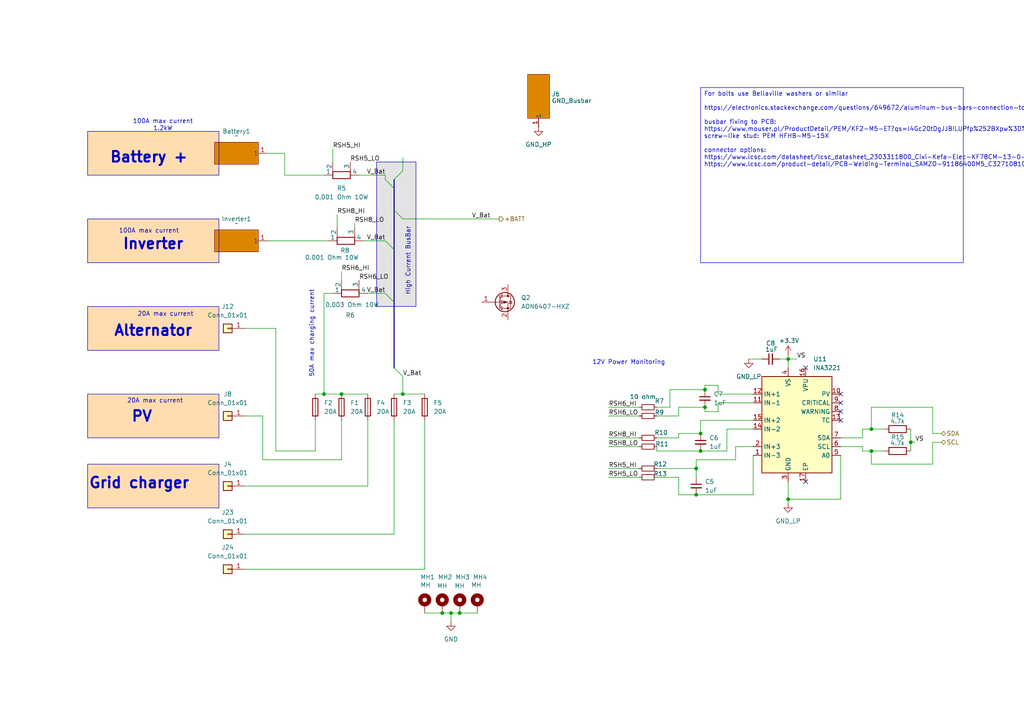
<source format=kicad_sch>
(kicad_sch (version 20231120) (generator "eeschema") (generator_version "8.0")
  (paper "A4")
  (lib_symbols
    (symbol "Connector_Generic:Conn_01x01" (pin_names (offset 1.016) hide)
      (property "Reference" "J" (at 0 2.54 0))
      (property "Value" "Conn_01x01" (at 0 -2.54 0))
      (symbol "Conn_01x01_1_1"
        (rectangle (start -1.27 0.127) (end 0 -0.127) (stroke (width 0.1524)))
        (rectangle (start -1.27 1.27) (end 1.27 -1.27) (stroke (width 0.254)) (fill (type background)))
        (pin passive line (at -5.08 0 0) (length 3.81) (name "Pin_1") (number "1"))
      )
    )
    (symbol "Device:C_Small" (pin_numbers hide) (pin_names (offset 0.254) hide)
      (property "Reference" "C" (at 0.254 1.778 0))
      (property "Value" "C_Small" (at 0.254 -2.032 0))
      (symbol "C_Small_0_1"
        (polyline (pts (xy -1.524 -0.508) (xy 1.524 -0.508)) (stroke (width 0.3302)))
        (polyline (pts (xy -1.524 0.508) (xy 1.524 0.508)) (stroke (width 0.3048)))
      )
      (symbol "C_Small_1_1"
        (pin passive line (at 0 2.54 270) (length 2.032) (name "~") (number "1"))
        (pin passive line (at 0 -2.54 90) (length 2.032) (name "~") (number "2"))
      )
    )
    (symbol "Device:Fuse" (pin_numbers hide) (pin_names (offset 0))
      (property "Reference" "F" (at 2.032 0 90))
      (property "Value" "Fuse" (at -1.905 0 90))
      (symbol "Fuse_0_1"
        (rectangle (start -0.762 -2.54) (end 0.762 2.54) (stroke (width 0.254)))
        (polyline (pts (xy 0 2.54) (xy 0 -2.54)))
      )
      (symbol "Fuse_1_1"
        (pin passive line (at 0 3.81 270) (length 1.27) (name "~") (number "1"))
        (pin passive line (at 0 -3.81 90) (length 1.27) (name "~") (number "2"))
      )
    )
    (symbol "Device:R" (pin_numbers hide) (pin_names (offset 0))
      (property "Reference" "R" (at 2.032 0 90))
      (property "Value" "R" (at 0 0 90))
      (symbol "R_0_1"
        (rectangle (start -1.016 -2.54) (end 1.016 2.54) (stroke (width 0.254)))
      )
      (symbol "R_1_1"
        (pin passive line (at 0 3.81 270) (length 1.27) (name "~") (number "1"))
        (pin passive line (at 0 -3.81 90) (length 1.27) (name "~") (number "2"))
      )
    )
    (symbol "Device:R_Shunt" (pin_numbers hide) (pin_names (offset 0))
      (property "Reference" "R" (at -4.445 0 90))
      (property "Value" "R_Shunt" (at -2.54 0 90))
      (symbol "R_Shunt_0_1"
        (rectangle (start -1.016 -2.54) (end 1.016 2.54) (stroke (width 0.254)))
        (polyline (pts (xy 0 -2.54) (xy 1.27 -2.54)))
        (polyline (pts (xy 1.27 2.54) (xy 0 2.54)))
      )
      (symbol "R_Shunt_1_1"
        (pin passive line (at 0 5.08 270) (length 2.54) (name "1") (number "1"))
        (pin passive line (at 3.81 2.54 180) (length 2.54) (name "2") (number "2"))
        (pin passive line (at 3.81 -2.54 180) (length 2.54) (name "3") (number "3"))
        (pin passive line (at 0 -5.08 90) (length 2.54) (name "4") (number "4"))
      )
    )
    (symbol "Device:R_Small" (pin_numbers hide) (pin_names (offset 0.254) hide)
      (property "Reference" "R" (at 0.762 0.508 0))
      (property "Value" "R_Small" (at 0.762 -1.016 0))
      (symbol "R_Small_0_1"
        (rectangle (start -0.762 1.778) (end 0.762 -1.778) (stroke (width 0.2032)))
      )
      (symbol "R_Small_1_1"
        (pin passive line (at 0 2.54 270) (length 0.762) (name "~") (number "1"))
        (pin passive line (at 0 -2.54 90) (length 0.762) (name "~") (number "2"))
      )
    )
    (symbol "GND_1" (power) (pin_numbers hide) (pin_names (offset 0) hide)
      (property "Value" "GND" (at 0 -3.81 0))
      (symbol "GND_1_0_1"
        (polyline (pts (xy 0 0) (xy 0 -1.27) (xy 1.27 -1.27) (xy 0 -2.54) (xy -1.27 -1.27) (xy 0 -1.27)))
      )
      (symbol "GND_1_1_1"
        (pin power_in line (at 0 0 270) (length 0) (name "~") (number "1"))
      )
    )
    (symbol "HeavyDuty:BusBarConn" (pin_names (offset 0.002))
      (property "Reference" "BusBar" (at 0 0 0))
      (symbol "BusBarConn_1_1"
        (rectangle (start -6.35 3.175) (end 6.35 -3.175) (fill (type color) (color 221 133 0 1)))
        (pin passive line (at -8.89 0 0) (length 2.54) (name "1") (number "1"))
      )
    )
    (symbol "Mechanical:MountingHole_Pad" (pin_numbers hide) (pin_names (offset 1.016) hide) (exclude_from_sim yes) (in_bom no)
      (property "Reference" "H" (at 0 6.35 0))
      (property "Value" "MountingHole_Pad" (at 0 4.445 0))
      (symbol "MountingHole_Pad_0_1"
        (circle (center 0 1.27) (radius 1.27) (stroke (width 1.27)))
      )
      (symbol "MountingHole_Pad_1_1"
        (pin input line (at 0 -2.54 90) (length 2.54) (name "1") (number "1"))
      )
    )
    (symbol "Power_Management:INA3221"
      (property "Reference" "U" (at -10.16 17.78 0))
      (property "Value" "INA3221" (at 5.08 17.78 0))
      (symbol "INA3221_0_1"
        (rectangle (start -10.16 15.24) (end 10.16 -12.7) (stroke (width 0.254)) (fill (type background)))
      )
      (symbol "INA3221_1_1"
        (pin input line (at -12.7 -7.62 0) (length 2.54) (name "IN-3") (number "1"))
        (pin open_collector line (at 12.7 10.16 180) (length 2.54) (name "PV") (number "10"))
        (pin input line (at -12.7 7.62 0) (length 2.54) (name "IN-1") (number "11"))
        (pin input line (at -12.7 10.16 0) (length 2.54) (name "IN+1") (number "12"))
        (pin open_collector line (at 12.7 2.54 180) (length 2.54) (name "TC") (number "13"))
        (pin input line (at -12.7 0 0) (length 2.54) (name "IN-2") (number "14"))
        (pin input line (at -12.7 2.54 0) (length 2.54) (name "IN+2") (number "15"))
        (pin power_in line (at 2.54 17.78 270) (length 2.54) (name "VPU") (number "16"))
        (pin passive line (at 2.54 -15.24 90) (length 2.54) (name "EP") (number "17"))
        (pin input line (at -12.7 -5.08 0) (length 2.54) (name "IN+3") (number "2"))
        (pin power_in line (at -2.54 -15.24 90) (length 2.54) (name "GND") (number "3"))
        (pin power_in line (at -2.54 17.78 270) (length 2.54) (name "VS") (number "4"))
        (pin input line (at 12.7 -7.62 180) (length 2.54) (name "A0") (number "5"))
        (pin input line (at 12.7 -5.08 180) (length 2.54) (name "SCL") (number "6"))
        (pin bidirectional line (at 12.7 -2.54 180) (length 2.54) (name "SDA") (number "7"))
        (pin open_collector line (at 12.7 5.08 180) (length 2.54) (name "WARNING") (number "8"))
        (pin open_collector line (at 12.7 7.62 180) (length 2.54) (name "CRITICAL") (number "9"))
      )
    )
    (symbol "Transistor_FET:BSS83P" (pin_names hide)
      (property "Reference" "Q" (at 5.08 1.905 0))
      (property "Value" "BSS83P" (at 5.08 0 0))
      (symbol "BSS83P_0_1"
        (polyline (pts (xy 0.254 0) (xy -2.54 0)))
        (polyline (pts (xy 0.254 1.905) (xy 0.254 -1.905)) (stroke (width 0.254)))
        (polyline (pts (xy 0.762 -1.27) (xy 0.762 -2.286)) (stroke (width 0.254)))
        (polyline (pts (xy 0.762 0.508) (xy 0.762 -0.508)) (stroke (width 0.254)))
        (polyline (pts (xy 0.762 2.286) (xy 0.762 1.27)) (stroke (width 0.254)))
        (polyline (pts (xy 2.54 2.54) (xy 2.54 1.778)))
        (polyline (pts (xy 2.54 -2.54) (xy 2.54 0) (xy 0.762 0)))
        (polyline (pts (xy 0.762 1.778) (xy 3.302 1.778) (xy 3.302 -1.778) (xy 0.762 -1.778)))
        (polyline (pts (xy 2.286 0) (xy 1.27 0.381) (xy 1.27 -0.381) (xy 2.286 0)) (fill (type outline)))
        (polyline (pts (xy 2.794 -0.508) (xy 2.921 -0.381) (xy 3.683 -0.381) (xy 3.81 -0.254)))
        (polyline (pts (xy 3.302 -0.381) (xy 2.921 0.254) (xy 3.683 0.254) (xy 3.302 -0.381)))
        (circle (center 1.651 0) (radius 2.794) (stroke (width 0.254)))
        (circle (center 2.54 -1.778) (radius 0.254) (fill (type outline)))
        (circle (center 2.54 1.778) (radius 0.254) (fill (type outline)))
      )
      (symbol "BSS83P_1_1"
        (pin input line (at -5.08 0 0) (length 2.54) (name "G") (number "1"))
        (pin passive line (at 2.54 -5.08 90) (length 2.54) (name "S") (number "2"))
        (pin passive line (at 2.54 5.08 270) (length 2.54) (name "D") (number "3"))
      )
    )
    (symbol "power:+3.3V" (power) (pin_numbers hide) (pin_names (offset 0) hide)
      (property "Value" "+3.3V" (at 0 3.556 0))
      (symbol "+3.3V_0_1"
        (polyline (pts (xy -0.762 1.27) (xy 0 2.54)))
        (polyline (pts (xy 0 0) (xy 0 2.54)))
        (polyline (pts (xy 0 2.54) (xy 0.762 1.27)))
      )
      (symbol "+3.3V_1_1"
        (pin power_in line (at 0 0 90) (length 0) (name "~") (number "1"))
      )
    )
    (symbol "power:GND1" (power) (pin_numbers hide) (pin_names (offset 0) hide)
      (property "Value" "GND1" (at 0 -3.81 0))
      (symbol "GND1_0_1"
        (polyline (pts (xy 0 0) (xy 0 -1.27) (xy 1.27 -1.27) (xy 0 -2.54) (xy -1.27 -1.27) (xy 0 -1.27)))
      )
      (symbol "GND1_1_1"
        (pin power_in line (at 0 0 270) (length 0) (name "~") (number "1"))
      )
    )
    (symbol "power:GND2" (power) (pin_numbers hide) (pin_names (offset 0) hide)
      (property "Value" "GND2" (at 0 -3.81 0))
      (symbol "GND2_0_1"
        (polyline (pts (xy 0 0) (xy 0 -1.27) (xy 1.27 -1.27) (xy 0 -2.54) (xy -1.27 -1.27) (xy 0 -1.27)))
      )
      (symbol "GND2_1_1"
        (pin power_in line (at 0 0 270) (length 0) (name "~") (number "1"))
      )
    )
  )
  (junction (at 203.2 125.73))
  (junction (at 228.6 104.14))
  (junction (at 204.47 113.03))
  (junction (at 201.93 135.89))
  (junction (at 128.27 177.8))
  (junction (at 130.81 177.8))
  (junction (at 252.73 130.81))
  (junction (at 99.06 114.3))
  (junction (at 228.6 144.78))
  (junction (at 203.2 130.81))
  (junction (at 201.93 143.51))
  (junction (at 133.35 177.8))
  (junction (at 116.84 114.3))
  (junction (at 252.73 124.46))
  (junction (at 264.16 128.27))
  (junction (at 93.98 114.3))
  (junction (at 204.47 118.11))
  (no_connect (at 243.84 116.84))
  (no_connect (at 233.68 139.7))
  (no_connect (at 243.84 121.92))
  (no_connect (at 243.84 119.38))
  (no_connect (at 233.68 106.68))
  (no_connect (at 243.84 114.3))
  (bus_entry (at 114.3 87.63) (size -2.54 -2.54))
  (bus_entry (at 114.3 106.68) (size 2.54 2.54))
  (bus_entry (at 114.3 54.61) (size -2.54 -2.54))
  (bus_entry (at 114.3 52.07) (size 2.54 -2.54))
  (bus_entry (at 114.3 72.39) (size -2.54 -2.54))
  (bus_entry (at 114.3 60.96) (size 2.54 2.54))
  (wire (pts (xy 80.01 95.25) (xy 71.12 95.25)))
  (wire (pts (xy 176.53 135.89) (xy 185.42 135.89)))
  (wire (pts (xy 106.68 85.09) (xy 111.76 85.09)))
  (wire (pts (xy 196.85 127) (xy 196.85 125.73)))
  (wire (pts (xy 114.3 114.3) (xy 116.84 114.3)))
  (wire (pts (xy 82.55 50.8) (xy 82.55 44.45)))
  (wire (pts (xy 228.6 104.14) (xy 228.6 106.68)))
  (wire (pts (xy 256.54 130.81) (xy 252.73 130.81)))
  (wire (pts (xy 176.53 118.11) (xy 185.42 118.11)))
  (wire (pts (xy 243.84 129.54) (xy 250.19 129.54)))
  (wire (pts (xy 104.14 50.8) (xy 111.76 50.8)))
  (wire (pts (xy 208.28 111.76) (xy 208.28 114.3)))
  (wire (pts (xy 194.31 118.11) (xy 194.31 113.03)))
  (wire (pts (xy 243.84 132.08) (xy 243.84 144.78)))
  (wire (pts (xy 176.53 129.54) (xy 185.42 129.54)))
  (wire (pts (xy 133.35 177.8) (xy 138.43 177.8)))
  (wire (pts (xy 130.81 177.8) (xy 130.81 180.34)))
  (wire (pts (xy 265.43 128.27) (xy 264.16 128.27)))
  (wire (pts (xy 190.5 135.89) (xy 201.93 135.89)))
  (wire (pts (xy 204.47 119.38) (xy 208.28 119.38)))
  (wire (pts (xy 123.19 165.1) (xy 123.19 121.92)))
  (wire (pts (xy 210.82 130.81) (xy 203.2 130.81)))
  (wire (pts (xy 217.17 104.14) (xy 220.98 104.14)))
  (wire (pts (xy 204.47 118.11) (xy 204.47 119.38)))
  (wire (pts (xy 273.05 128.27) (xy 270.51 128.27)))
  (wire (pts (xy 208.28 119.38) (xy 208.28 116.84)))
  (wire (pts (xy 76.2 120.65) (xy 76.2 133.35)))
  (wire (pts (xy 99.06 114.3) (xy 106.68 114.3)))
  (wire (pts (xy 176.53 138.43) (xy 185.42 138.43)))
  (wire (pts (xy 106.68 140.97) (xy 106.68 121.92)))
  (wire (pts (xy 96.52 43.18) (xy 96.52 46.99)))
  (wire (pts (xy 71.12 140.97) (xy 106.68 140.97)))
  (wire (pts (xy 144.78 63.5) (xy 116.84 63.5)))
  (wire (pts (xy 105.41 69.85) (xy 111.76 69.85)))
  (wire (pts (xy 231.14 104.14) (xy 228.6 104.14)))
  (wire (pts (xy 77.47 69.85) (xy 95.25 69.85)))
  (wire (pts (xy 196.85 125.73) (xy 203.2 125.73)))
  (wire (pts (xy 203.2 121.92) (xy 218.44 121.92)))
  (wire (pts (xy 226.06 104.14) (xy 228.6 104.14)))
  (wire (pts (xy 208.28 114.3) (xy 218.44 114.3)))
  (wire (pts (xy 218.44 132.08) (xy 218.44 143.51)))
  (wire (pts (xy 116.84 109.22) (xy 116.84 114.3)))
  (wire (pts (xy 190.5 120.65) (xy 196.85 120.65)))
  (wire (pts (xy 273.05 125.73) (xy 270.51 125.73)))
  (wire (pts (xy 116.84 45.72) (xy 116.84 49.53)))
  (wire (pts (xy 196.85 118.11) (xy 204.47 118.11)))
  (bus (pts (xy 114.3 87.63) (xy 114.3 106.68)))
  (wire (pts (xy 190.5 130.81) (xy 203.2 130.81)))
  (wire (pts (xy 190.5 130.81) (xy 190.5 129.54)))
  (wire (pts (xy 201.93 133.35) (xy 201.93 135.89)))
  (wire (pts (xy 250.19 130.81) (xy 250.19 129.54)))
  (wire (pts (xy 213.36 133.35) (xy 201.93 133.35)))
  (wire (pts (xy 208.28 111.76) (xy 204.47 111.76)))
  (wire (pts (xy 71.12 165.1) (xy 123.19 165.1)))
  (wire (pts (xy 71.12 120.65) (xy 76.2 120.65)))
  (wire (pts (xy 190.5 127) (xy 196.85 127)))
  (bus (pts (xy 114.3 60.96) (xy 114.3 72.39)))
  (wire (pts (xy 201.93 143.51) (xy 218.44 143.51)))
  (wire (pts (xy 250.19 124.46) (xy 250.19 127)))
  (wire (pts (xy 196.85 143.51) (xy 201.93 143.51)))
  (wire (pts (xy 77.47 44.45) (xy 82.55 44.45)))
  (wire (pts (xy 228.6 102.87) (xy 228.6 104.14)))
  (wire (pts (xy 190.5 118.11) (xy 194.31 118.11)))
  (wire (pts (xy 204.47 113.03) (xy 204.47 111.76)))
  (wire (pts (xy 91.44 130.81) (xy 80.01 130.81)))
  (wire (pts (xy 213.36 129.54) (xy 213.36 133.35)))
  (wire (pts (xy 203.2 121.92) (xy 203.2 125.73)))
  (bus (pts (xy 114.3 72.39) (xy 114.3 87.63)))
  (wire (pts (xy 194.31 113.03) (xy 204.47 113.03)))
  (wire (pts (xy 116.84 114.3) (xy 123.19 114.3)))
  (wire (pts (xy 252.73 124.46) (xy 250.19 124.46)))
  (wire (pts (xy 256.54 124.46) (xy 252.73 124.46)))
  (wire (pts (xy 102.87 66.04) (xy 102.87 64.77)))
  (wire (pts (xy 228.6 139.7) (xy 228.6 144.78)))
  (wire (pts (xy 114.3 121.92) (xy 114.3 154.94)))
  (wire (pts (xy 208.28 116.84) (xy 218.44 116.84)))
  (wire (pts (xy 270.51 125.73) (xy 270.51 118.11)))
  (wire (pts (xy 243.84 144.78) (xy 228.6 144.78)))
  (bus (pts (xy 114.3 52.07) (xy 114.3 54.61)))
  (wire (pts (xy 264.16 124.46) (xy 264.16 128.27)))
  (wire (pts (xy 176.53 127) (xy 185.42 127)))
  (wire (pts (xy 252.73 134.62) (xy 252.73 130.81)))
  (wire (pts (xy 76.2 133.35) (xy 99.06 133.35)))
  (wire (pts (xy 97.79 62.23) (xy 97.79 66.04)))
  (wire (pts (xy 196.85 138.43) (xy 190.5 138.43)))
  (wire (pts (xy 210.82 124.46) (xy 210.82 130.81)))
  (wire (pts (xy 128.27 177.8) (xy 130.81 177.8)))
  (wire (pts (xy 252.73 118.11) (xy 252.73 124.46)))
  (wire (pts (xy 91.44 121.92) (xy 91.44 130.81)))
  (wire (pts (xy 228.6 144.78) (xy 228.6 146.05)))
  (wire (pts (xy 99.06 133.35) (xy 99.06 121.92)))
  (wire (pts (xy 111.76 50.8) (xy 111.76 52.07)))
  (wire (pts (xy 270.51 128.27) (xy 270.51 134.62)))
  (bus (pts (xy 114.3 54.61) (xy 114.3 60.96)))
  (wire (pts (xy 270.51 118.11) (xy 252.73 118.11)))
  (wire (pts (xy 114.3 154.94) (xy 71.12 154.94)))
  (wire (pts (xy 99.06 78.74) (xy 99.06 81.28)))
  (wire (pts (xy 96.52 85.09) (xy 93.98 85.09)))
  (wire (pts (xy 243.84 127) (xy 250.19 127)))
  (wire (pts (xy 270.51 134.62) (xy 252.73 134.62)))
  (wire (pts (xy 210.82 124.46) (xy 218.44 124.46)))
  (wire (pts (xy 91.44 114.3) (xy 93.98 114.3)))
  (wire (pts (xy 93.98 114.3) (xy 99.06 114.3)))
  (wire (pts (xy 201.93 135.89) (xy 201.93 138.43)))
  (wire (pts (xy 196.85 120.65) (xy 196.85 118.11)))
  (wire (pts (xy 82.55 50.8) (xy 93.98 50.8)))
  (wire (pts (xy 93.98 85.09) (xy 93.98 114.3)))
  (wire (pts (xy 130.81 177.8) (xy 133.35 177.8)))
  (wire (pts (xy 218.44 129.54) (xy 213.36 129.54)))
  (wire (pts (xy 264.16 128.27) (xy 264.16 130.81)))
  (wire (pts (xy 80.01 130.81) (xy 80.01 95.25)))
  (wire (pts (xy 196.85 143.51) (xy 196.85 138.43)))
  (wire (pts (xy 252.73 130.81) (xy 250.19 130.81)))
  (wire (pts (xy 176.53 120.65) (xy 185.42 120.65)))
  (wire (pts (xy 128.27 177.8) (xy 123.19 177.8)))
  (rectangle (start 25.4 114.3) (end 63.5 127) (fill (type color) (color 255 183 93 0.48)))
  (rectangle (start 25.4 88.9) (end 63.5 101.6) (fill (type color) (color 255 183 93 0.48)))
  (rectangle (start 25.4 63.5) (end 63.5 76.2) (fill (type color) (color 255 183 93 0.48)))
  (rectangle (start 25.4 38.1) (end 63.5 50.8) (fill (type color) (color 255 183 93 0.48)))
  (rectangle (start 109.22 46.99) (end 120.65 88.9) (fill (type color) (color 194 194 194 0.46)))
  (rectangle (start 25.4 134.62) (end 63.5 147.32) (fill (type color) (color 255 183 93 0.48)))
  (text_box "For bolts use Bellaville washers or similar\n\nhttps://electronics.stackexchange.com/questions/649672/aluminum-bus-bars-connection-to-pcb\n\nbusbar fixing to PCB: https://www.mouser.pl/ProductDetail/PEM/KF2-M5-ET?qs=l4Gc20tDgJJBILUPfp%252BXpw%3D%3D\nscrew-like stud: PEM HFHB-M5-15X\n\nconnector options: https://www.lcsc.com/datasheet/lcsc_datasheet_2303311800_Cixi-Kefa-Elec-KF78CM-13-0-6P_C964690.pdf\nhttps://www.lcsc.com/product-detail/PCB-Welding-Terminal_SAMZO-91186400M5_C32710810.html\n" (at 203.2 25.4 0) (size 76.2 50.8) (effects (font (size 1.27 1.27)) (justify left top)))
  (text "100A max current" (at 43.18 67.056 0) (effects (font (size 1.27 1.27))))
  (text "50A max charging current" (at 90.424 96.774 90) (effects (font (size 1.27 1.27))))
  (text "100A max current\n1.2kW" (at 47.244 36.322 0) (effects (font (size 1.27 1.27))))
  (text "Inverter" (at 44.45 70.866 0) (effects (font (size 3.048 3.048) (thickness 0.6096) (bold yes))))
  (text "Battery +" (at 43.18 45.72 0) (effects (font (size 3.048 3.048) (thickness 0.6096) (bold yes))))
  (text "20A max current" (at 44.958 116.332 0) (effects (font (size 1.27 1.27))))
  (text "Alternator" (at 44.45 96.012 0) (effects (font (size 3.048 3.048) (thickness 0.6096) (bold yes))))
  (text "12V Power Monitoring\n" (at 182.372 105.156 0) (effects (font (size 1.27 1.27))))
  (text "Grid charger" (at 40.386 140.208 0) (effects (font (size 3.048 3.048) (thickness 0.6096) (bold yes))))
  (text "PV" (at 41.148 120.904 0) (effects (font (size 3.048 3.048) (thickness 0.6096) (bold yes))))
  (text "High Current BusBar" (at 118.364 75.692 90) (effects (font (size 1.27 1.27))))
  (text "20A max current" (at 48.006 91.186 0) (effects (font (size 1.27 1.27))))
  (label "RSH8_HI" (at 97.79 62.23 0))
  (label "RSH8_LO" (at 176.53 129.54 0))
  (label "RSH8_LO" (at 102.87 64.77 0))
  (label "RSH5_HI" (at 96.52 43.18 0))
  (label "RSH6_HI" (at 176.53 118.11 0))
  (label "V_Bat" (at 116.84 109.22 0))
  (label "V_Bat" (at 111.76 69.85 180))
  (label "RSH5_LO" (at 101.6 46.99 0))
  (label "RSH6_HI" (at 99.06 78.74 0))
  (label "V_Bat" (at 142.24 63.5 180))
  (label "RSH5_HI" (at 176.53 135.89 0))
  (label "RSH6_LO" (at 104.14 81.28 0))
  (label "V_Bat" (at 111.76 50.8 180))
  (label "V_Bat" (at 111.76 85.09 180))
  (label "VS" (at 265.43 128.27 0))
  (label "VS" (at 231.14 104.14 0))
  (label "RSH6_LO" (at 176.53 120.65 0))
  (label "RSH5_LO" (at 176.53 138.43 0))
  (label "RSH8_HI" (at 176.53 127 0))
  (hierarchical_label "SDA" (shape bidirectional) (at 273.05 125.73 0))
  (hierarchical_label "SCL" (shape bidirectional) (at 273.05 128.27 0))
  (hierarchical_label "+BATT" (shape output) (at 144.78 63.5 0))
  (symbol (lib_id "Mechanical:MountingHole_Pad") (at 128.27 175.26 0) (unit 1) (exclude_from_sim yes) (in_bom no)
    (property "Reference" "MH2" (at 127 167.386 0) (effects (justify left)))
    (property "Value" "MH" (at 126.746 169.926 0) (effects (justify left)))
    (property "Footprint" "MountingHole:MountingHole_3.2mm_M3_ISO7380_Pad_TopBottom" (effects (hide yes)))
    (property "Description" "Mounting Hole with connection" (effects (hide yes)))
  )
  (symbol (lib_id "HeavyDuty:BusBarConn") (at 68.58 69.85 180) (unit 1)
    (property "Reference" "Inverter1" (at 68.58 63.5 0))
    (property "Value" "~" (at 68.58 64.77 0))
    (property "Footprint" "HeavyDuty:high_current_pad" (effects (hide yes)))
  )
  (symbol (lib_id "Device:R_Small") (at 187.96 135.89 90) (unit 1)
    (property "Reference" "R12" (at 191.516 134.62 90))
    (property "Value" "10 ohm" (effects (hide yes)))
    (property "Footprint" "Resistor_SMD:R_0805_2012Metric_Pad1.20x1.40mm_HandSolder" (effects (hide yes)))
    (property "Description" "Resistor, small symbol" (effects (hide yes)))
  )
  (symbol (lib_id "Device:Fuse") (at 123.19 118.11 0) (unit 1)
    (property "Reference" "F5" (at 125.73 116.8399 0) (effects (justify left)))
    (property "Value" "20A" (at 125.73 119.3799 0) (effects (justify left)))
    (property "Footprint" "HeavyDuty:ATO_fuse_holder" (effects (hide yes)))
    (property "Description" "Fuse" (effects (hide yes)))
    (property "LCSC_part" "C2935871" (effects (hide yes)))
  )
  (symbol (lib_id "Power_Management:INA3221") (at 231.14 124.46 0) (unit 1)
    (property "Reference" "U11" (at 235.8741 104.14 0) (effects (justify left)))
    (property "Value" "INA3221" (at 235.8741 106.68 0) (effects (justify left)))
    (property "Footprint" "Package_DFN_QFN:Texas_RGV0016A_VQFN-16-1EP_4x4mm_P0.65mm_EP2.1x2.1mm" (effects (hide yes)))
    (property "Datasheet" "http://www.ti.com/lit/ds/symlink/ina3221.pdf" (effects (hide yes)))
    (property "Description" "Triple-Channel High-Side Shunt and Bus Voltage Monitor with I2C and SMBUS Compatible Interface, QFN-16" (effects (hide yes)))
  )
  (symbol (lib_id "Device:C_Small") (at 223.52 104.14 90) (unit 1)
    (property "Reference" "C8" (at 223.52 99.568 90))
    (property "Value" "1uF" (at 223.774 101.346 90))
    (property "Footprint" "Capacitor_SMD:C_0805_2012Metric_Pad1.18x1.45mm_HandSolder" (effects (hide yes)))
    (property "Description" "Unpolarized capacitor, small symbol" (effects (hide yes)))
  )
  (symbol (lib_id "Device:Fuse") (at 99.06 118.11 0) (unit 1)
    (property "Reference" "F1" (at 101.6 116.8399 0) (effects (justify left)))
    (property "Value" "20A" (at 101.6 119.3799 0) (effects (justify left)))
    (property "Footprint" "HeavyDuty:ATO_fuse_holder" (effects (hide yes)))
    (property "Description" "Fuse" (effects (hide yes)))
    (property "LCSC_part" "C2935871" (effects (hide yes)))
  )
  (symbol (lib_id "power:GND2") (at 228.6 146.05 0) (unit 1)
    (property "Reference" "#PWR021" (effects (hide yes)))
    (property "Value" "GND_LP" (at 228.6 151.13 0))
    (property "Description" "Power symbol creates a global label with name \"GND2\" , ground" (effects (hide yes)))
  )
  (symbol (lib_id "Mechanical:MountingHole_Pad") (at 123.19 175.26 0) (unit 1) (exclude_from_sim yes) (in_bom no)
    (property "Reference" "MH1" (at 121.92 167.386 0) (effects (justify left)))
    (property "Value" "MH" (at 121.92 169.672 0) (effects (justify left)))
    (property "Footprint" "MountingHole:MountingHole_3.2mm_M3_ISO7380_Pad_TopBottom" (effects (hide yes)))
    (property "Description" "Mounting Hole with connection" (effects (hide yes)))
  )
  (symbol (lib_id "Device:R_Small") (at 187.96 118.11 90) (unit 1)
    (property "Reference" "R7" (at 191.262 116.332 90))
    (property "Value" "10 ohm" (at 186.436 115.062 90))
    (property "Footprint" "Resistor_SMD:R_0805_2012Metric_Pad1.20x1.40mm_HandSolder" (effects (hide yes)))
    (property "Datasheet" "https://www.lcsc.com/datasheet/lcsc_datasheet_2304140030_Viking-Tech-AR03BTDX0100_C319922.pdf" (effects (hide yes)))
    (property "Description" "Resistor, small symbol" (effects (hide yes)))
  )
  (symbol (lib_id "Device:R_Small") (at 187.96 120.65 90) (unit 1)
    (property "Reference" "R9" (at 191.262 119.634 90))
    (property "Value" "10 ohm" (effects (hide yes)))
    (property "Footprint" "Resistor_SMD:R_0805_2012Metric_Pad1.20x1.40mm_HandSolder" (effects (hide yes)))
    (property "Description" "Resistor, small symbol" (effects (hide yes)))
  )
  (symbol (lib_id "power:+3.3V") (at 228.6 102.87 0) (unit 1)
    (property "Reference" "#PWR024" (effects (hide yes)))
    (property "Value" "+3.3V" (at 228.854 98.806 0))
    (property "Description" "Power symbol creates a global label with name \"+3.3V\"" (effects (hide yes)))
  )
  (symbol (lib_id "Device:R_Small") (at 187.96 138.43 90) (unit 1)
    (property "Reference" "R13" (at 191.516 137.414 90))
    (property "Value" "10 ohm" (effects (hide yes)))
    (property "Footprint" "Resistor_SMD:R_0805_2012Metric_Pad1.20x1.40mm_HandSolder" (effects (hide yes)))
    (property "Description" "Resistor, small symbol" (effects (hide yes)))
  )
  (symbol (lib_name "GND_1") (lib_id "power:GND") (at 130.81 180.34 0) (unit 1)
    (property "Reference" "#PWR08" (effects (hide yes)))
    (property "Value" "GND" (at 130.81 185.42 0))
    (property "Description" "Power symbol creates a global label with name \"GND\" , ground" (effects (hide yes)))
  )
  (symbol (lib_id "Connector_Generic:Conn_01x01") (at 66.04 140.97 180) (unit 1)
    (property "Reference" "J4" (at 66.04 134.62 0))
    (property "Value" "Conn_01x01" (at 66.04 137.16 0))
    (property "Footprint" "HeavyDuty:keystone_m3_screw_terminal_vertical" (effects (hide yes)))
    (property "Description" "Generic connector, single row, 01x01, script generated (kicad-library-utils/schlib/autogen/connector/)" (effects (hide yes)))
  )
  (symbol (lib_id "Connector_Generic:Conn_01x01") (at 66.04 165.1 180) (unit 1)
    (property "Reference" "J24" (at 66.04 158.75 0))
    (property "Value" "Conn_01x01" (at 66.04 161.29 0))
    (property "Footprint" "HeavyDuty:keystone_m3_screw_terminal_vertical" (effects (hide yes)))
    (property "Description" "Generic connector, single row, 01x01, script generated (kicad-library-utils/schlib/autogen/connector/)" (effects (hide yes)))
  )
  (symbol (lib_id "Device:R_Shunt") (at 101.6 85.09 90) (unit 1)
    (property "Reference" "R6" (at 101.6 91.44 90))
    (property "Value" "0.003 Ohm 10W" (at 102.108 88.392 90))
    (property "Footprint" "HeavyDuty:MSRSF_shunt_resistor" (effects (hide yes)))
    (property "Datasheet" "https://www.mouser.pl/ProductDetail/Susumu/MSRSF5930P-3L00-F2P0?qs=VVKQmw408U%252Bnsh6uhhzxQg%3D%3D" (effects (hide yes)))
    (property "Description" "Shunt resistor" (effects (hide yes)))
    (property "Mouser_Nr" "754-MSRSF5930P1L0F2P" (effects (hide yes)))
  )
  (symbol (lib_id "Mechanical:MountingHole_Pad") (at 138.43 175.26 0) (unit 1) (exclude_from_sim yes) (in_bom no)
    (property "Reference" "MH4" (at 137.16 167.386 0) (effects (justify left)))
    (property "Value" "MH" (at 136.652 169.672 0) (effects (justify left)))
    (property "Footprint" "MountingHole:MountingHole_3.2mm_M3_ISO7380_Pad_TopBottom" (effects (hide yes)))
    (property "Description" "Mounting Hole with connection" (effects (hide yes)))
  )
  (symbol (lib_id "Device:R") (at 260.35 130.81 90) (unit 1)
    (property "Reference" "R15" (at 260.35 126.746 90))
    (property "Value" "4.7k" (at 260.35 128.524 90))
    (property "Footprint" "Resistor_SMD:R_1206_3216Metric_Pad1.30x1.75mm_HandSolder" (effects (hide yes)))
    (property "Description" "Resistor" (effects (hide yes)))
  )
  (symbol (lib_id "HeavyDuty:BusBarConn") (at 68.58 44.45 180) (unit 1)
    (property "Reference" "Battery1" (at 68.58 38.1 0))
    (property "Value" "~" (at 68.58 39.37 0))
    (property "Footprint" "HeavyDuty:small_busbar-15mm" (effects (hide yes)))
  )
  (symbol (lib_id "Connector_Generic:Conn_01x01") (at 66.04 154.94 180) (unit 1)
    (property "Reference" "J23" (at 66.04 148.59 0))
    (property "Value" "Conn_01x01" (at 66.04 151.13 0))
    (property "Footprint" "HeavyDuty:keystone_m3_screw_terminal_vertical" (effects (hide yes)))
    (property "Description" "Generic connector, single row, 01x01, script generated (kicad-library-utils/schlib/autogen/connector/)" (effects (hide yes)))
  )
  (symbol (lib_id "Device:Fuse") (at 91.44 118.11 0) (unit 1)
    (property "Reference" "F2" (at 93.98 116.8399 0) (effects (justify left)))
    (property "Value" "20A" (at 93.98 119.3799 0) (effects (justify left)))
    (property "Footprint" "HeavyDuty:ATO_fuse_holder" (effects (hide yes)))
    (property "Description" "Fuse" (effects (hide yes)))
  )
  (symbol (lib_id "Connector_Generic:Conn_01x01") (at 66.04 120.65 180) (unit 1)
    (property "Reference" "J8" (at 66.04 114.3 0))
    (property "Value" "Conn_01x01" (at 66.04 116.84 0))
    (property "Footprint" "HeavyDuty:keystone_m3_screw_terminal_vertical" (effects (hide yes)))
    (property "Description" "Generic connector, single row, 01x01, script generated (kicad-library-utils/schlib/autogen/connector/)" (effects (hide yes)))
  )
  (symbol (lib_id "Device:R_Shunt") (at 99.06 50.8 90) (unit 1)
    (property "Reference" "R5" (at 99.06 54.61 90))
    (property "Value" "0.001 Ohm 10W" (at 99.06 57.15 90))
    (property "Footprint" "HeavyDuty:MSRSF_shunt_resistor" (effects (hide yes)))
    (property "Datasheet" "https://www.mouser.pl/datasheet/2/392/Susumu_7_1_2024_MSRSF-3471975.pdf" (effects (hide yes)))
    (property "Description" "Shunt resistor" (effects (hide yes)))
    (property "Mouser_Nr" "754-MSRSF5930P1L0F2P" (effects (hide yes)))
  )
  (symbol (lib_id "Device:C_Small") (at 203.2 128.27 0) (unit 1)
    (property "Reference" "C6" (at 205.74 127.0062 0) (effects (justify left)))
    (property "Value" "1uF" (at 205.74 129.5462 0) (effects (justify left)))
    (property "Footprint" "Capacitor_SMD:C_0805_2012Metric_Pad1.18x1.45mm_HandSolder" (effects (hide yes)))
    (property "Description" "Unpolarized capacitor, small symbol" (effects (hide yes)))
  )
  (symbol (lib_id "Mechanical:MountingHole_Pad") (at 133.35 175.26 0) (unit 1) (exclude_from_sim yes) (in_bom no)
    (property "Reference" "MH3" (at 132.08 167.386 0) (effects (justify left)))
    (property "Value" "MH" (at 131.826 169.926 0) (effects (justify left)))
    (property "Footprint" "MountingHole:MountingHole_3.2mm_M3_ISO7380_Pad_TopBottom" (effects (hide yes)))
    (property "Description" "Mounting Hole with connection" (effects (hide yes)))
  )
  (symbol (lib_id "Device:C_Small") (at 204.47 115.57 0) (unit 1)
    (property "Reference" "C7" (at 207.01 114.3062 0) (effects (justify left)))
    (property "Value" "1uF" (at 207.01 116.8462 0) (effects (justify left)))
    (property "Footprint" "Capacitor_SMD:C_0805_2012Metric_Pad1.18x1.45mm_HandSolder" (effects (hide yes)))
    (property "Description" "Unpolarized capacitor, small symbol" (effects (hide yes)))
  )
  (symbol (lib_id "HeavyDuty:BusBarConn") (at 156.21 27.94 90) (unit 1)
    (property "Reference" "J6" (at 160.02 27.3049 90) (effects (justify right)))
    (property "Value" "GND_Busbar" (at 160.02 29.21 90) (effects (justify right)))
    (property "Footprint" "HeavyDuty:small_busbar-15mm" (effects (hide yes)))
  )
  (symbol (lib_id "Device:Fuse") (at 114.3 118.11 0) (unit 1)
    (property "Reference" "F3" (at 116.84 116.8399 0) (effects (justify left)))
    (property "Value" "20A" (at 116.84 119.3799 0) (effects (justify left)))
    (property "Footprint" "HeavyDuty:ATO_fuse_holder" (effects (hide yes)))
    (property "Description" "Fuse" (effects (hide yes)))
    (property "LCSC_part" "C2935871" (effects (hide yes)))
  )
  (symbol (lib_id "Device:R") (at 260.35 124.46 90) (unit 1)
    (property "Reference" "R14" (at 260.35 120.396 90))
    (property "Value" "4.7k" (at 260.35 122.174 90))
    (property "Footprint" "Resistor_SMD:R_1206_3216Metric_Pad1.30x1.75mm_HandSolder" (effects (hide yes)))
    (property "Description" "Resistor" (effects (hide yes)))
  )
  (symbol (lib_id "power:GND1") (at 156.21 36.83 0) (unit 1)
    (property "Reference" "#PWR02" (effects (hide yes)))
    (property "Value" "GND_HP" (at 156.21 41.91 0))
    (property "Description" "Power symbol creates a global label with name \"GND1\" , ground" (effects (hide yes)))
  )
  (symbol (lib_id "Device:R_Small") (at 187.96 127 90) (unit 1)
    (property "Reference" "R10" (at 191.77 125.476 90))
    (property "Value" "10 ohm" (effects (hide yes)))
    (property "Footprint" "Resistor_SMD:R_0805_2012Metric_Pad1.20x1.40mm_HandSolder" (effects (hide yes)))
    (property "Description" "Resistor, small symbol" (effects (hide yes)))
  )
  (symbol (lib_id "Device:R_Small") (at 187.96 129.54 90) (unit 1)
    (property "Reference" "R11" (at 192.024 128.778 90))
    (property "Value" "10 ohm" (effects (hide yes)))
    (property "Footprint" "Resistor_SMD:R_0805_2012Metric_Pad1.20x1.40mm_HandSolder" (effects (hide yes)))
    (property "Description" "Resistor, small symbol" (effects (hide yes)))
  )
  (symbol (lib_id "Device:R_Shunt") (at 100.33 69.85 90) (unit 1)
    (property "Reference" "R8" (at 100.076 72.644 90))
    (property "Value" "0.001 Ohm 10W" (at 96.266 74.676 90))
    (property "Footprint" "HeavyDuty:MSRSF_shunt_resistor" (effects (hide yes)))
    (property "Datasheet" "https://www.mouser.pl/datasheet/2/392/Susumu_7_1_2024_MSRSF-3471975.pdf" (effects (hide yes)))
    (property "Description" "Shunt resistor" (effects (hide yes)))
    (property "Mouser_Nr" "754-MSRSF5930P1L0F2P" (effects (hide yes)))
  )
  (symbol (lib_id "power:GND2") (at 217.17 104.14 0) (unit 1)
    (property "Reference" "#PWR023" (effects (hide yes)))
    (property "Value" "GND_LP" (at 217.17 109.22 0))
    (property "Description" "Power symbol creates a global label with name \"GND2\" , ground" (effects (hide yes)))
  )
  (symbol (lib_id "Device:Fuse") (at 106.68 118.11 0) (unit 1)
    (property "Reference" "F4" (at 109.22 116.8399 0) (effects (justify left)))
    (property "Value" "20A" (at 109.22 119.3799 0) (effects (justify left)))
    (property "Footprint" "HeavyDuty:ATO_fuse_holder" (effects (hide yes)))
    (property "Datasheet" "https://www.lcsc.com/datasheet/lcsc_datasheet_2409272302_XFCN-XF-507P_C668119.pdf" (effects (hide yes)))
    (property "Description" "Fuse" (effects (hide yes)))
    (property "lcsc_part" "C2935871" (effects (hide yes)))
  )
  (symbol (lib_id "Transistor_FET:BSS83P") (at 144.78 87.63 0) (unit 1)
    (property "Reference" "Q2" (at 151.13 86.3599 0) (effects (justify left)))
    (property "Value" "AON6407-HXZ" (at 151.13 88.8999 0) (effects (justify left)))
    (property "Footprint" "Package_TO_SOT_SMD:SOT-23" (effects (hide yes)))
    (property "Datasheet" "http://www.farnell.com/datasheets/1835997.pdf" (effects (hide yes)))
    (property "Description" "-0.33A Id, -60V Vds, P-Channel MOSFET, SOT-23" (effects (hide yes)))
  )
  (symbol (lib_id "Device:C_Small") (at 201.93 140.97 0) (unit 1)
    (property "Reference" "C5" (at 204.47 139.7062 0) (effects (justify left)))
    (property "Value" "1uF" (at 204.47 142.2462 0) (effects (justify left)))
    (property "Footprint" "Capacitor_SMD:C_0805_2012Metric_Pad1.18x1.45mm_HandSolder" (effects (hide yes)))
    (property "Description" "Unpolarized capacitor, small symbol" (effects (hide yes)))
  )
  (symbol (lib_id "Connector_Generic:Conn_01x01") (at 66.04 95.25 180) (unit 1)
    (property "Reference" "J12" (at 66.04 88.9 0))
    (property "Value" "Conn_01x01" (at 66.04 91.44 0))
    (property "Footprint" "HeavyDuty:keystone_m3_screw_terminal_vertical" (effects (hide yes)))
    (property "Description" "Generic connector, single row, 01x01, script generated (kicad-library-utils/schlib/autogen/connector/)" (effects (hide yes)))
  )
)
</source>
